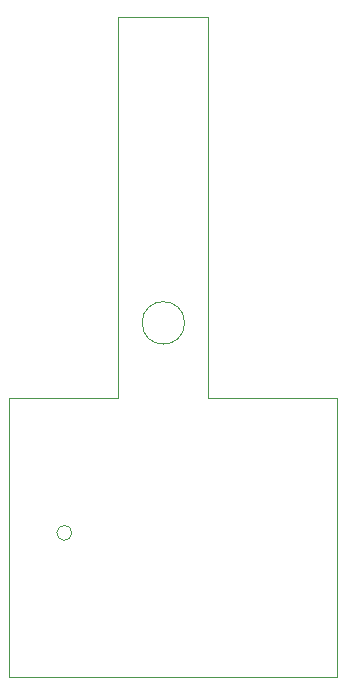
<source format=gm1>
G04 #@! TF.GenerationSoftware,KiCad,Pcbnew,6.0.10*
G04 #@! TF.CreationDate,2023-06-20T13:49:35-05:00*
G04 #@! TF.ProjectId,sensor_sigfox_2,73656e73-6f72-45f7-9369-67666f785f32,rev?*
G04 #@! TF.SameCoordinates,Original*
G04 #@! TF.FileFunction,Profile,NP*
%FSLAX46Y46*%
G04 Gerber Fmt 4.6, Leading zero omitted, Abs format (unit mm)*
G04 Created by KiCad (PCBNEW 6.0.10) date 2023-06-20 13:49:35*
%MOMM*%
%LPD*%
G01*
G04 APERTURE LIST*
G04 #@! TA.AperFunction,Profile*
%ADD10C,0.100000*%
G04 #@! TD*
G04 APERTURE END LIST*
D10*
X118999000Y-79756000D02*
G75*
G03*
X118999000Y-79756000I-635000J0D01*
G01*
X134366000Y-68326000D02*
X141478000Y-68326000D01*
X122936000Y-68326000D02*
X118618000Y-68326000D01*
X141478000Y-82804000D02*
X141478000Y-68326000D01*
X141478000Y-91948000D02*
X113665000Y-91948000D01*
X128542051Y-61976000D02*
G75*
G03*
X128542051Y-61976000I-1796051J0D01*
G01*
X141478000Y-82804000D02*
X141478000Y-91948000D01*
X130556000Y-36068000D02*
X130556000Y-68326000D01*
X113665000Y-91948000D02*
X113665000Y-68326000D01*
X122936000Y-36068000D02*
X130556000Y-36068000D01*
X122936000Y-36068000D02*
X122936000Y-68326000D01*
X113665000Y-68326000D02*
X118618000Y-68326000D01*
X130556000Y-68326000D02*
X134366000Y-68326000D01*
M02*

</source>
